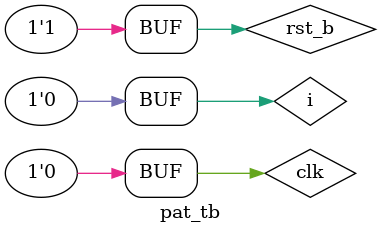
<source format=v>
module pat(  //moore
  input clk,
  input rst_b,
  input i,
  output o
  
);
  localparam S0_ST=0;
  localparam S1_ST=1;
  localparam S2_ST=2;
  localparam S3_ST=3;
  localparam S4_ST=4;
  localparam S5_ST=5;
  
  reg [2:0] st;
  reg [2:0] st_nxt;   //pe 3 bits din cauza ca ai pana la 5 care e pe 3 bits 
  
  always @(*)
    case (st)
      S0_ST: if (!i) st_nxt=S0_ST;
             else    st_nxt=S1_ST;
      S1_ST: if(i)   st_nxt=S1_ST;
             else    st_nxt=S2_ST;
      S2_ST: if(i)   st_nxt=S3_ST;
             else    st_nxt=S0_ST;
      S3_ST: if(i)   st_nxt=S4_ST;
             else    st_nxt=S2_ST;
      S4_ST: if(i)   st_nxt=S1_ST;
             else    st_nxt=S5_ST;
      S5_ST: if(i)   st_nxt=S3_ST;
             else    st_nxt=S0_ST;
      endcase
      
      assign o = (st == S5_ST);
      
      always @(posedge clk, negedge rst_b)
          if(!rst_b) st<=S0_ST;
            else st<=st_nxt;
endmodule

module pat_tb;
  reg clk, rst_b, i;
  wire o;
  
  pat inst1(.clk(clk),.rst_b(rst_b),.i(i),.o(o));
  localparam CLK_PERIOD=50;
  localparam RUNNING_CYCLES=12;
  
  initial begin
    clk=0;
    repeat (2*RUNNING_CYCLES) #(CLK_PERIOD/2) clk=~clk;
    //repeat (2*12) #(50/2) clk=~clk;
  end
  
  localparam RST_DURATION=10;
  initial begin
    rst_b=0;
    #RST_DURATION rst_b=1;
    // #10 rst_b=1;
  end
  
  initial begin
    i=1;
    #(2*CLK_PERIOD) i=~i; //  #100 i=~i; adica i trece pe 0
    repeat (3) begin
      #(1*CLK_PERIOD) i=~i;
      #(2*CLK_PERIOD) i=~i;
    end
  end
endmodule
  
  
  
  
</source>
